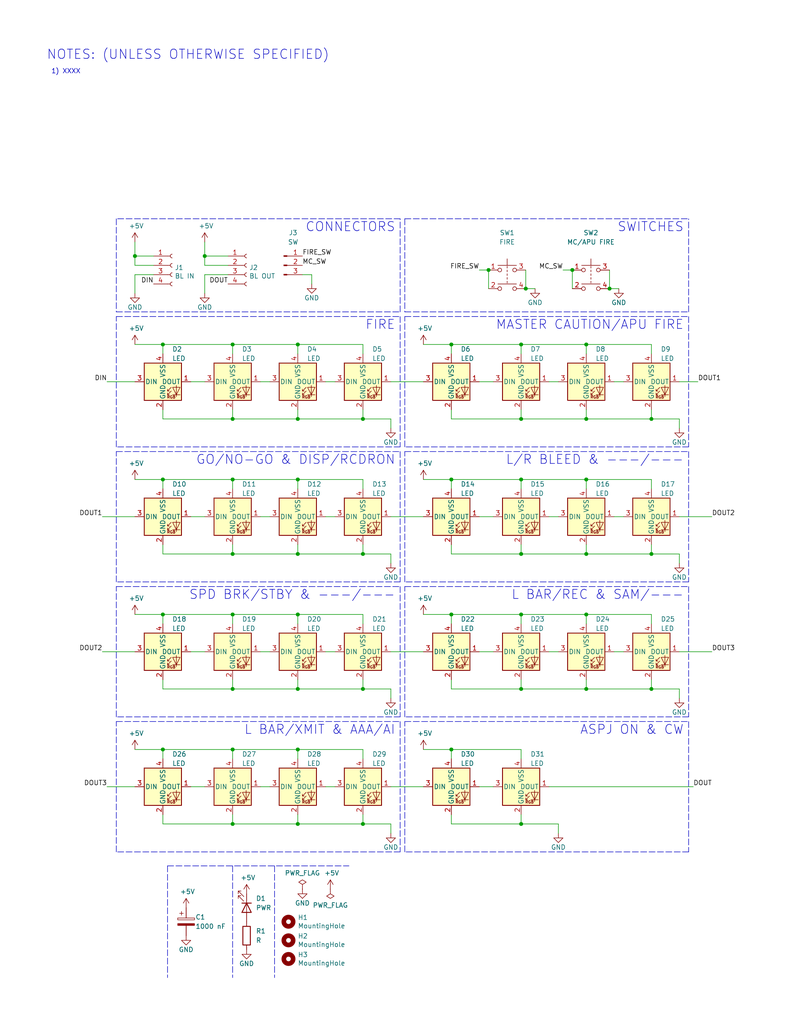
<source format=kicad_sch>
(kicad_sch (version 20211123) (generator eeschema)
  (paper "A" portrait)
  (lib_symbols
    (symbol "Connector:Conn_01x03_Male" (pin_names (offset 1.016) hide)
      (property "Reference" "J" (at 0 5.08 0))
      (property "Value" "Conn_01x03_Male" (at 0 -5.08 0))
      (symbol "Conn_01x03_Male_1_1"
        (polyline (pts (xy 1.27 -2.54) (xy 0.8636 -2.54)) (stroke (width 0.1524)))
        (polyline (pts (xy 1.27 0) (xy 0.8636 0)) (stroke (width 0.1524)))
        (polyline (pts (xy 1.27 2.54) (xy 0.8636 2.54)) (stroke (width 0.1524)))
        (rectangle (start 0.8636 -2.413) (end 0 -2.667) (stroke (width 0.1524)) (fill (type outline)))
        (rectangle (start 0.8636 0.127) (end 0 -0.127) (stroke (width 0.1524)) (fill (type outline)))
        (rectangle (start 0.8636 2.667) (end 0 2.413) (stroke (width 0.1524)) (fill (type outline)))
        (pin passive line (at 5.08 2.54 180) (length 3.81) (name "Pin_1") (number "1"))
        (pin passive line (at 5.08 0 180) (length 3.81) (name "Pin_2") (number "2"))
        (pin passive line (at 5.08 -2.54 180) (length 3.81) (name "Pin_3") (number "3"))
      )
    )
    (symbol "Connector:Conn_01x04_Female" (pin_names (offset 1.016) hide)
      (property "Reference" "J" (at 0 5.08 0))
      (property "Value" "Conn_01x04_Female" (at 0 -7.62 0))
      (symbol "Conn_01x04_Female_1_1"
        (arc (start 0 -4.572) (mid -0.508 -5.08) (end 0 -5.588) (stroke (width 0.1524)))
        (arc (start 0 -2.032) (mid -0.508 -2.54) (end 0 -3.048) (stroke (width 0.1524)))
        (polyline (pts (xy -1.27 -5.08) (xy -0.508 -5.08)) (stroke (width 0.1524)))
        (polyline (pts (xy -1.27 -2.54) (xy -0.508 -2.54)) (stroke (width 0.1524)))
        (polyline (pts (xy -1.27 0) (xy -0.508 0)) (stroke (width 0.1524)))
        (polyline (pts (xy -1.27 2.54) (xy -0.508 2.54)) (stroke (width 0.1524)))
        (arc (start 0 0.508) (mid -0.508 0) (end 0 -0.508) (stroke (width 0.1524)))
        (arc (start 0 3.048) (mid -0.508 2.54) (end 0 2.032) (stroke (width 0.1524)))
        (pin passive line (at -5.08 2.54 0) (length 3.81) (name "Pin_1") (number "1"))
        (pin passive line (at -5.08 0 0) (length 3.81) (name "Pin_2") (number "2"))
        (pin passive line (at -5.08 -2.54 0) (length 3.81) (name "Pin_3") (number "3"))
        (pin passive line (at -5.08 -5.08 0) (length 3.81) (name "Pin_4") (number "4"))
      )
    )
    (symbol "Device:LED" (pin_numbers hide) (pin_names (offset 1.016) hide)
      (property "Reference" "D" (at 0 2.54 0))
      (property "Value" "LED" (at 0 -2.54 0))
      (symbol "LED_0_1"
        (polyline (pts (xy -1.27 -1.27) (xy -1.27 1.27)) (stroke (width 0.254)))
        (polyline (pts (xy -1.27 0) (xy 1.27 0)))
        (polyline (pts (xy 1.27 -1.27) (xy 1.27 1.27) (xy -1.27 0) (xy 1.27 -1.27)) (stroke (width 0.254)))
        (polyline (pts (xy -3.048 -0.762) (xy -4.572 -2.286) (xy -3.81 -2.286) (xy -4.572 -2.286) (xy -4.572 -1.524)))
        (polyline (pts (xy -1.778 -0.762) (xy -3.302 -2.286) (xy -2.54 -2.286) (xy -3.302 -2.286) (xy -3.302 -1.524)))
      )
      (symbol "LED_1_1"
        (pin passive line (at -3.81 0 0) (length 2.54) (name "K") (number "1"))
        (pin passive line (at 3.81 0 180) (length 2.54) (name "A") (number "2"))
      )
    )
    (symbol "Device:R" (pin_numbers hide) (pin_names (offset 0))
      (property "Reference" "R" (at 2.032 0 90))
      (property "Value" "R" (at 0 0 90))
      (symbol "R_0_1"
        (rectangle (start -1.016 -2.54) (end 1.016 2.54) (stroke (width 0.254)))
      )
      (symbol "R_1_1"
        (pin passive line (at 0 3.81 270) (length 1.27) (name "~") (number "1"))
        (pin passive line (at 0 -3.81 90) (length 1.27) (name "~") (number "2"))
      )
    )
    (symbol "Mechanical:MountingHole" (pin_names (offset 1.016))
      (property "Reference" "H" (at 0 5.08 0))
      (property "Value" "MountingHole" (at 0 3.175 0))
      (symbol "MountingHole_0_1"
        (circle (center 0 0) (radius 1.27) (stroke (width 1.27)))
      )
    )
    (symbol "ewi_v3-rescue:CP-Device-ewi_v3-rescue" (pin_numbers hide) (pin_names (offset 0.254))
      (property "Reference" "C" (at 0.635 2.54 0))
      (property "Value" "CP-Device-ewi_v3-rescue" (at 0.635 -2.54 0))
      (symbol "CP-Device-ewi_v3-rescue_0_1"
        (rectangle (start -2.286 0.508) (end 2.286 1.016))
        (polyline (pts (xy -1.778 2.286) (xy -0.762 2.286)))
        (polyline (pts (xy -1.27 2.794) (xy -1.27 1.778)))
        (rectangle (start 2.286 -0.508) (end -2.286 -1.016) (fill (type outline)))
      )
      (symbol "CP-Device-ewi_v3-rescue_1_1"
        (pin passive line (at 0 3.81 270) (length 2.794) (name "~") (number "1"))
        (pin passive line (at 0 -3.81 90) (length 2.794) (name "~") (number "2"))
      )
    )
    (symbol "ewi_v3-rescue:Omron_B3F-1026-KiCadCustomLib" (pin_names (offset 1.016) hide)
      (property "Reference" "SW" (at 1.27 2.54 0))
      (property "Value" "Omron_B3F-1026-KiCadCustomLib" (at 0 -6.858 0))
      (symbol "Omron_B3F-1026-KiCadCustomLib_0_1"
        (circle (center -2.032 -5.08) (radius 0.508))
        (circle (center -2.032 0) (radius 0.508))
        (polyline (pts (xy 0 -3.048) (xy 0 -3.556)))
        (polyline (pts (xy 0 -2.032) (xy 0 -2.54)))
        (polyline (pts (xy 0 -1.524) (xy 0 -1.016)))
        (polyline (pts (xy 0 -0.508) (xy 0 0)))
        (polyline (pts (xy 0 0.508) (xy 0 1.016)))
        (polyline (pts (xy 0 1.27) (xy 0 3.048)))
        (polyline (pts (xy 2.54 -3.81) (xy -2.54 -3.81)))
        (polyline (pts (xy 2.54 1.27) (xy -2.54 1.27)))
        (circle (center 2.032 -5.08) (radius 0.508))
        (circle (center 2.032 0) (radius 0.508))
        (pin passive line (at -5.08 0 0) (length 2.54) (name "1") (number "1"))
        (pin passive line (at -5.08 -5.08 0) (length 2.54) (name "2") (number "2"))
        (pin passive line (at 5.08 0 180) (length 2.54) (name "3") (number "3"))
        (pin passive line (at 5.08 -5.08 180) (length 2.54) (name "4") (number "4"))
      )
    )
    (symbol "ewi_v3-rescue:WS2812B-2020-KiCadCustomLib" (pin_names (offset 0.254))
      (property "Reference" "D" (at 5.08 5.715 0))
      (property "Value" "WS2812B-2020-KiCadCustomLib" (at 1.27 -5.715 0))
      (symbol "WS2812B-2020-KiCadCustomLib_0_0"
        (text "RGB" (at 2.286 -4.191 0) (effects (font (size 0.762 0.762))))
      )
      (symbol "WS2812B-2020-KiCadCustomLib_0_1"
        (polyline (pts (xy 1.27 -3.556) (xy 1.778 -3.556)))
        (polyline (pts (xy 1.27 -2.54) (xy 1.778 -2.54)))
        (polyline (pts (xy 4.699 -3.556) (xy 2.667 -3.556)))
        (polyline (pts (xy 2.286 -2.54) (xy 1.27 -3.556) (xy 1.27 -3.048)))
        (polyline (pts (xy 2.286 -1.524) (xy 1.27 -2.54) (xy 1.27 -2.032)))
        (polyline (pts (xy 3.683 -1.016) (xy 3.683 -3.556) (xy 3.683 -4.064)))
        (polyline (pts (xy 4.699 -1.524) (xy 2.667 -1.524) (xy 3.683 -3.556) (xy 4.699 -1.524)))
        (rectangle (start 5.08 5.08) (end -5.08 -5.08) (stroke (width 0.254)) (fill (type background)))
      )
      (symbol "WS2812B-2020-KiCadCustomLib_1_1"
        (pin output line (at 7.62 0 180) (length 2.54) (name "DOUT") (number "1"))
        (pin power_in line (at 0 -7.62 90) (length 2.54) (name "GND") (number "2"))
        (pin input line (at -7.62 0 0) (length 2.54) (name "DIN") (number "3"))
        (pin power_in line (at 0 7.62 270) (length 2.54) (name "VSS") (number "4"))
      )
    )
    (symbol "power:+5V" (power) (pin_names (offset 0))
      (property "Value" "+5V" (at 0 3.556 0))
      (symbol "+5V_0_1"
        (polyline (pts (xy -0.762 1.27) (xy 0 2.54)))
        (polyline (pts (xy 0 0) (xy 0 2.54)))
        (polyline (pts (xy 0 2.54) (xy 0.762 1.27)))
      )
      (symbol "+5V_1_1"
        (pin power_in line (at 0 0 90) (length 0) hide (name "+5V") (number "1"))
      )
    )
    (symbol "power:GND" (power) (pin_names (offset 0))
      (property "Value" "GND" (at 0 -3.81 0))
      (symbol "GND_0_1"
        (polyline (pts (xy 0 0) (xy 0 -1.27) (xy 1.27 -1.27) (xy 0 -2.54) (xy -1.27 -1.27) (xy 0 -1.27)))
      )
      (symbol "GND_1_1"
        (pin power_in line (at 0 0 270) (length 0) hide (name "GND") (number "1"))
      )
    )
    (symbol "power:PWR_FLAG" (power) (pin_numbers hide) (pin_names (offset 0) hide)
      (property "Value" "PWR_FLAG" (at 0 3.81 0))
      (symbol "PWR_FLAG_0_0"
        (pin power_out line (at 0 0 90) (length 0) (name "pwr") (number "1"))
      )
      (symbol "PWR_FLAG_0_1"
        (polyline (pts (xy 0 0) (xy 0 1.27) (xy -1.016 1.905) (xy 0 2.54) (xy 1.016 1.905) (xy 0 1.27)))
      )
    )
  )
  (junction (at 81.28 114.3))
  (junction (at 63.5 93.98))
  (junction (at 81.28 204.47))
  (junction (at 160.02 187.96))
  (junction (at 142.24 151.13))
  (junction (at 123.19 167.64))
  (junction (at 44.45 204.47))
  (junction (at 160.02 114.3))
  (junction (at 142.24 130.81))
  (junction (at 123.19 130.81))
  (junction (at 63.5 204.47))
  (junction (at 63.5 224.79))
  (junction (at 63.5 187.96))
  (junction (at 63.5 130.81))
  (junction (at 123.19 204.47))
  (junction (at 160.02 130.81))
  (junction (at 81.28 167.64))
  (junction (at 156.21 73.66))
  (junction (at 160.02 167.64))
  (junction (at 133.35 73.66))
  (junction (at 63.5 167.64))
  (junction (at 143.51 78.74))
  (junction (at 177.8 114.3))
  (junction (at 81.28 224.79))
  (junction (at 142.24 167.64))
  (junction (at 142.24 93.98))
  (junction (at 123.19 93.98))
  (junction (at 177.8 151.13))
  (junction (at 81.28 151.13))
  (junction (at 63.5 114.3))
  (junction (at 81.28 130.81))
  (junction (at 99.06 187.96))
  (junction (at 160.02 93.98))
  (junction (at 142.24 114.3))
  (junction (at 55.88 69.85))
  (junction (at 166.37 78.74))
  (junction (at 81.28 187.96))
  (junction (at 81.28 93.98))
  (junction (at 99.06 114.3))
  (junction (at 44.45 93.98))
  (junction (at 142.24 187.96))
  (junction (at 99.06 151.13))
  (junction (at 99.06 224.79))
  (junction (at 44.45 130.81))
  (junction (at 160.02 151.13))
  (junction (at 142.24 224.79))
  (junction (at 44.45 167.64))
  (junction (at 177.8 187.96))
  (junction (at 36.83 69.85))
  (junction (at 63.5 151.13))
  (polyline (pts (xy 31.75 232.41) (xy 31.75 196.85)))
  (wire (pts (xy 52.07 140.97) (xy 55.88 140.97)))
  (polyline (pts (xy 110.49 195.58) (xy 110.49 160.02)))
  (wire (pts (xy 142.24 187.96) (xy 160.02 187.96)))
  (wire (pts (xy 160.02 111.76) (xy 160.02 114.3)))
  (polyline (pts (xy 110.49 59.69) (xy 187.96 59.69)))
  (wire (pts (xy 63.5 148.59) (xy 63.5 151.13)))
  (wire (pts (xy 88.9 177.8) (xy 91.44 177.8)))
  (wire (pts (xy 123.19 207.01) (xy 123.19 204.47)))
  (polyline (pts (xy 63.5 236.22) (xy 63.5 266.7)))
  (polyline (pts (xy 109.22 158.75) (xy 31.75 158.75)))
  (wire (pts (xy 106.68 116.84) (xy 106.68 114.3)))
  (wire (pts (xy 160.02 93.98) (xy 177.8 93.98)))
  (wire (pts (xy 81.28 93.98) (xy 99.06 93.98)))
  (wire (pts (xy 156.21 73.66) (xy 156.21 78.74)))
  (wire (pts (xy 106.68 190.5) (xy 106.68 187.96)))
  (wire (pts (xy 81.28 151.13) (xy 99.06 151.13)))
  (wire (pts (xy 115.57 204.47) (xy 123.19 204.47)))
  (wire (pts (xy 142.24 93.98) (xy 160.02 93.98)))
  (wire (pts (xy 71.12 177.8) (xy 73.66 177.8)))
  (wire (pts (xy 63.5 114.3) (xy 81.28 114.3)))
  (wire (pts (xy 160.02 167.64) (xy 177.8 167.64)))
  (wire (pts (xy 55.88 72.39) (xy 55.88 69.85)))
  (wire (pts (xy 166.37 73.66) (xy 166.37 78.74)))
  (wire (pts (xy 142.24 148.59) (xy 142.24 151.13)))
  (wire (pts (xy 99.06 185.42) (xy 99.06 187.96)))
  (polyline (pts (xy 31.75 86.36) (xy 109.22 86.36)))
  (wire (pts (xy 55.88 69.85) (xy 62.23 69.85)))
  (wire (pts (xy 123.19 133.35) (xy 123.19 130.81)))
  (wire (pts (xy 185.42 116.84) (xy 185.42 114.3)))
  (wire (pts (xy 143.51 73.66) (xy 143.51 78.74)))
  (wire (pts (xy 142.24 130.81) (xy 160.02 130.81)))
  (polyline (pts (xy 110.49 232.41) (xy 110.49 196.85)))
  (wire (pts (xy 160.02 130.81) (xy 177.8 130.81)))
  (wire (pts (xy 167.64 104.14) (xy 170.18 104.14)))
  (polyline (pts (xy 109.22 123.19) (xy 109.22 158.75)))
  (wire (pts (xy 63.5 204.47) (xy 81.28 204.47)))
  (wire (pts (xy 123.19 167.64) (xy 142.24 167.64)))
  (wire (pts (xy 44.45 96.52) (xy 44.45 93.98)))
  (wire (pts (xy 63.5 222.25) (xy 63.5 224.79)))
  (wire (pts (xy 81.28 111.76) (xy 81.28 114.3)))
  (wire (pts (xy 44.45 151.13) (xy 63.5 151.13)))
  (wire (pts (xy 177.8 96.52) (xy 177.8 93.98)))
  (polyline (pts (xy 110.49 123.19) (xy 187.96 123.19)))
  (wire (pts (xy 123.19 130.81) (xy 142.24 130.81)))
  (polyline (pts (xy 45.72 236.22) (xy 45.72 266.7)))
  (wire (pts (xy 153.67 73.66) (xy 156.21 73.66)))
  (wire (pts (xy 88.9 140.97) (xy 91.44 140.97)))
  (wire (pts (xy 185.42 190.5) (xy 185.42 187.96)))
  (wire (pts (xy 63.5 111.76) (xy 63.5 114.3)))
  (wire (pts (xy 115.57 130.81) (xy 123.19 130.81)))
  (wire (pts (xy 142.24 185.42) (xy 142.24 187.96)))
  (wire (pts (xy 123.19 185.42) (xy 123.19 187.96)))
  (wire (pts (xy 44.45 170.18) (xy 44.45 167.64)))
  (wire (pts (xy 115.57 140.97) (xy 106.68 140.97)))
  (wire (pts (xy 160.02 96.52) (xy 160.02 93.98)))
  (wire (pts (xy 123.19 148.59) (xy 123.19 151.13)))
  (wire (pts (xy 194.31 177.8) (xy 185.42 177.8)))
  (wire (pts (xy 81.28 130.81) (xy 99.06 130.81)))
  (wire (pts (xy 177.8 148.59) (xy 177.8 151.13)))
  (wire (pts (xy 63.5 130.81) (xy 81.28 130.81)))
  (wire (pts (xy 160.02 114.3) (xy 177.8 114.3)))
  (wire (pts (xy 63.5 170.18) (xy 63.5 167.64)))
  (wire (pts (xy 149.86 214.63) (xy 189.23 214.63)))
  (wire (pts (xy 185.42 104.14) (xy 190.5 104.14)))
  (wire (pts (xy 160.02 133.35) (xy 160.02 130.81)))
  (polyline (pts (xy 109.22 195.58) (xy 31.75 195.58)))
  (polyline (pts (xy 110.49 86.36) (xy 187.96 86.36)))
  (wire (pts (xy 130.81 140.97) (xy 134.62 140.97)))
  (wire (pts (xy 63.5 167.64) (xy 81.28 167.64)))
  (wire (pts (xy 71.12 104.14) (xy 73.66 104.14)))
  (wire (pts (xy 142.24 96.52) (xy 142.24 93.98)))
  (polyline (pts (xy 110.49 160.02) (xy 187.96 160.02)))
  (polyline (pts (xy 187.96 158.75) (xy 110.49 158.75)))
  (polyline (pts (xy 31.75 160.02) (xy 109.22 160.02)))
  (wire (pts (xy 52.07 177.8) (xy 55.88 177.8)))
  (wire (pts (xy 130.81 104.14) (xy 134.62 104.14)))
  (wire (pts (xy 36.83 177.8) (xy 27.94 177.8)))
  (wire (pts (xy 52.07 104.14) (xy 55.88 104.14)))
  (wire (pts (xy 44.45 133.35) (xy 44.45 130.81)))
  (wire (pts (xy 44.45 224.79) (xy 63.5 224.79)))
  (wire (pts (xy 177.8 133.35) (xy 177.8 130.81)))
  (polyline (pts (xy 109.22 121.92) (xy 31.75 121.92)))
  (wire (pts (xy 146.05 78.74) (xy 143.51 78.74)))
  (wire (pts (xy 123.19 114.3) (xy 142.24 114.3)))
  (wire (pts (xy 36.83 130.81) (xy 44.45 130.81)))
  (wire (pts (xy 63.5 93.98) (xy 81.28 93.98)))
  (wire (pts (xy 52.07 214.63) (xy 55.88 214.63)))
  (wire (pts (xy 55.88 72.39) (xy 62.23 72.39)))
  (polyline (pts (xy 109.22 196.85) (xy 109.22 232.41)))
  (wire (pts (xy 99.06 187.96) (xy 106.68 187.96)))
  (wire (pts (xy 44.45 185.42) (xy 44.45 187.96)))
  (wire (pts (xy 115.57 167.64) (xy 123.19 167.64)))
  (wire (pts (xy 177.8 111.76) (xy 177.8 114.3)))
  (wire (pts (xy 123.19 187.96) (xy 142.24 187.96)))
  (wire (pts (xy 149.86 140.97) (xy 152.4 140.97)))
  (polyline (pts (xy 187.96 232.41) (xy 110.49 232.41)))
  (polyline (pts (xy 109.22 86.36) (xy 109.22 121.92)))
  (wire (pts (xy 82.55 74.93) (xy 85.09 74.93)))
  (wire (pts (xy 99.06 148.59) (xy 99.06 151.13)))
  (polyline (pts (xy 110.49 85.09) (xy 187.96 85.09)))
  (wire (pts (xy 55.88 69.85) (xy 55.88 66.04)))
  (wire (pts (xy 177.8 185.42) (xy 177.8 187.96)))
  (wire (pts (xy 63.5 96.52) (xy 63.5 93.98)))
  (wire (pts (xy 130.81 214.63) (xy 134.62 214.63)))
  (wire (pts (xy 88.9 104.14) (xy 91.44 104.14)))
  (wire (pts (xy 123.19 93.98) (xy 142.24 93.98)))
  (wire (pts (xy 85.09 74.93) (xy 85.09 77.47)))
  (wire (pts (xy 123.19 204.47) (xy 142.24 204.47)))
  (polyline (pts (xy 110.49 121.92) (xy 110.49 86.36)))
  (wire (pts (xy 142.24 133.35) (xy 142.24 130.81)))
  (wire (pts (xy 36.83 72.39) (xy 36.83 69.85)))
  (polyline (pts (xy 187.96 196.85) (xy 187.96 232.41)))
  (wire (pts (xy 142.24 224.79) (xy 152.4 224.79)))
  (wire (pts (xy 130.81 73.66) (xy 133.35 73.66)))
  (wire (pts (xy 81.28 224.79) (xy 99.06 224.79)))
  (wire (pts (xy 44.45 187.96) (xy 63.5 187.96)))
  (polyline (pts (xy 74.93 236.22) (xy 74.93 266.7)))
  (polyline (pts (xy 110.49 158.75) (xy 110.49 123.19)))
  (wire (pts (xy 71.12 140.97) (xy 73.66 140.97)))
  (wire (pts (xy 63.5 133.35) (xy 63.5 130.81)))
  (wire (pts (xy 36.83 74.93) (xy 41.91 74.93)))
  (wire (pts (xy 81.28 167.64) (xy 99.06 167.64)))
  (wire (pts (xy 88.9 214.63) (xy 91.44 214.63)))
  (polyline (pts (xy 187.96 160.02) (xy 187.96 195.58)))
  (wire (pts (xy 55.88 74.93) (xy 62.23 74.93)))
  (wire (pts (xy 142.24 167.64) (xy 160.02 167.64)))
  (wire (pts (xy 115.57 104.14) (xy 106.68 104.14)))
  (wire (pts (xy 160.02 185.42) (xy 160.02 187.96)))
  (wire (pts (xy 160.02 170.18) (xy 160.02 167.64)))
  (polyline (pts (xy 31.75 59.69) (xy 31.75 85.09)))
  (wire (pts (xy 160.02 148.59) (xy 160.02 151.13)))
  (wire (pts (xy 123.19 96.52) (xy 123.19 93.98)))
  (wire (pts (xy 29.21 104.14) (xy 36.83 104.14)))
  (wire (pts (xy 44.45 93.98) (xy 63.5 93.98)))
  (wire (pts (xy 81.28 114.3) (xy 99.06 114.3)))
  (wire (pts (xy 123.19 151.13) (xy 142.24 151.13)))
  (wire (pts (xy 123.19 224.79) (xy 142.24 224.79)))
  (wire (pts (xy 160.02 151.13) (xy 177.8 151.13)))
  (polyline (pts (xy 187.96 85.09) (xy 187.96 59.69)))
  (wire (pts (xy 44.45 204.47) (xy 63.5 204.47)))
  (wire (pts (xy 168.91 78.74) (xy 166.37 78.74)))
  (wire (pts (xy 99.06 133.35) (xy 99.06 130.81)))
  (wire (pts (xy 99.06 111.76) (xy 99.06 114.3)))
  (polyline (pts (xy 109.22 59.69) (xy 31.75 59.69)))
  (wire (pts (xy 106.68 153.67) (xy 106.68 151.13)))
  (wire (pts (xy 142.24 151.13) (xy 160.02 151.13)))
  (wire (pts (xy 99.06 170.18) (xy 99.06 167.64)))
  (wire (pts (xy 63.5 207.01) (xy 63.5 204.47)))
  (wire (pts (xy 106.68 177.8) (xy 115.57 177.8)))
  (wire (pts (xy 81.28 187.96) (xy 99.06 187.96)))
  (wire (pts (xy 185.42 153.67) (xy 185.42 151.13)))
  (wire (pts (xy 142.24 114.3) (xy 160.02 114.3)))
  (wire (pts (xy 160.02 187.96) (xy 177.8 187.96)))
  (wire (pts (xy 123.19 111.76) (xy 123.19 114.3)))
  (wire (pts (xy 29.21 214.63) (xy 36.83 214.63)))
  (wire (pts (xy 36.83 69.85) (xy 36.83 66.04)))
  (wire (pts (xy 81.28 170.18) (xy 81.28 167.64)))
  (wire (pts (xy 142.24 207.01) (xy 142.24 204.47)))
  (wire (pts (xy 99.06 151.13) (xy 106.68 151.13)))
  (wire (pts (xy 177.8 114.3) (xy 185.42 114.3)))
  (polyline (pts (xy 31.75 195.58) (xy 31.75 160.02)))
  (wire (pts (xy 133.35 73.66) (xy 133.35 78.74)))
  (wire (pts (xy 106.68 227.33) (xy 106.68 224.79)))
  (wire (pts (xy 55.88 80.01) (xy 55.88 74.93)))
  (wire (pts (xy 36.83 80.01) (xy 36.83 74.93)))
  (wire (pts (xy 81.28 204.47) (xy 99.06 204.47)))
  (wire (pts (xy 142.24 111.76) (xy 142.24 114.3)))
  (wire (pts (xy 149.86 177.8) (xy 152.4 177.8)))
  (wire (pts (xy 44.45 114.3) (xy 63.5 114.3)))
  (wire (pts (xy 177.8 151.13) (xy 185.42 151.13)))
  (wire (pts (xy 81.28 96.52) (xy 81.28 93.98)))
  (wire (pts (xy 27.94 140.97) (xy 36.83 140.97)))
  (wire (pts (xy 81.28 133.35) (xy 81.28 130.81)))
  (polyline (pts (xy 110.49 196.85) (xy 187.96 196.85)))
  (wire (pts (xy 44.45 222.25) (xy 44.45 224.79)))
  (wire (pts (xy 123.19 222.25) (xy 123.19 224.79)))
  (wire (pts (xy 44.45 130.81) (xy 63.5 130.81)))
  (wire (pts (xy 99.06 222.25) (xy 99.06 224.79)))
  (wire (pts (xy 44.45 111.76) (xy 44.45 114.3)))
  (wire (pts (xy 177.8 187.96) (xy 185.42 187.96)))
  (polyline (pts (xy 187.96 195.58) (xy 110.49 195.58)))
  (wire (pts (xy 167.64 140.97) (xy 170.18 140.97)))
  (wire (pts (xy 115.57 93.98) (xy 123.19 93.98)))
  (wire (pts (xy 167.64 177.8) (xy 170.18 177.8)))
  (wire (pts (xy 36.83 204.47) (xy 44.45 204.47)))
  (wire (pts (xy 44.45 148.59) (xy 44.45 151.13)))
  (wire (pts (xy 63.5 224.79) (xy 81.28 224.79)))
  (polyline (pts (xy 110.49 59.69) (xy 110.49 85.09)))
  (polyline (pts (xy 187.96 121.92) (xy 110.49 121.92)))
  (wire (pts (xy 194.31 140.97) (xy 185.42 140.97)))
  (polyline (pts (xy 31.75 121.92) (xy 31.75 86.36)))
  (polyline (pts (xy 109.22 232.41) (xy 31.75 232.41)))
  (wire (pts (xy 36.83 167.64) (xy 44.45 167.64)))
  (wire (pts (xy 99.06 224.79) (xy 106.68 224.79)))
  (wire (pts (xy 44.45 167.64) (xy 63.5 167.64)))
  (wire (pts (xy 106.68 214.63) (xy 115.57 214.63)))
  (wire (pts (xy 71.12 214.63) (xy 73.66 214.63)))
  (wire (pts (xy 123.19 170.18) (xy 123.19 167.64)))
  (wire (pts (xy 41.91 69.85) (xy 36.83 69.85)))
  (polyline (pts (xy 31.75 85.09) (xy 109.22 85.09)))
  (wire (pts (xy 81.28 222.25) (xy 81.28 224.79)))
  (polyline (pts (xy 109.22 160.02) (xy 109.22 195.58)))
  (wire (pts (xy 63.5 187.96) (xy 81.28 187.96)))
  (wire (pts (xy 81.28 207.01) (xy 81.28 204.47)))
  (polyline (pts (xy 45.72 236.22) (xy 95.25 236.22)))
  (wire (pts (xy 36.83 93.98) (xy 44.45 93.98)))
  (polyline (pts (xy 109.22 85.09) (xy 109.22 59.69)))
  (polyline (pts (xy 187.96 86.36) (xy 187.96 121.92)))
  (wire (pts (xy 81.28 185.42) (xy 81.28 187.96)))
  (wire (pts (xy 152.4 224.79) (xy 152.4 227.33)))
  (polyline (pts (xy 31.75 158.75) (xy 31.75 123.19)))
  (wire (pts (xy 142.24 222.25) (xy 142.24 224.79)))
  (wire (pts (xy 177.8 170.18) (xy 177.8 167.64)))
  (wire (pts (xy 130.81 177.8) (xy 134.62 177.8)))
  (wire (pts (xy 81.28 148.59) (xy 81.28 151.13)))
  (wire (pts (xy 41.91 72.39) (xy 36.83 72.39)))
  (wire (pts (xy 149.86 104.14) (xy 152.4 104.14)))
  (polyline (pts (xy 31.75 196.85) (xy 109.22 196.85)))
  (wire (pts (xy 63.5 185.42) (xy 63.5 187.96)))
  (wire (pts (xy 63.5 151.13) (xy 81.28 151.13)))
  (wire (pts (xy 99.06 114.3) (xy 106.68 114.3)))
  (polyline (pts (xy 31.75 123.19) (xy 109.22 123.19)))
  (wire (pts (xy 99.06 96.52) (xy 99.06 93.98)))
  (polyline (pts (xy 187.96 123.19) (xy 187.96 158.75)))
  (wire (pts (xy 142.24 170.18) (xy 142.24 167.64)))
  (wire (pts (xy 99.06 207.01) (xy 99.06 204.47)))
  (wire (pts (xy 44.45 207.01) (xy 44.45 204.47)))
  (text "L/R BLEED & ---/---" (at 186.69 127 180) (effects (font (size 2.4892 2.4892)) (justify right bottom)))
  (text "FIRE" (at 107.95 90.17 180) (effects (font (size 2.4892 2.4892)) (justify right bottom)))
  (text "L BAR/XMIT & AAA/AI" (at 107.95 200.66 180) (effects (font (size 2.4892 2.4892)) (justify right bottom)))
  (text "ASPJ ON & CW" (at 186.69 200.66 180) (effects (font (size 2.4892 2.4892)) (justify right bottom)))
  (text "SPD BRK/STBY & ---/---" (at 107.95 163.83 180) (effects (font (size 2.4892 2.4892)) (justify right bottom)))
  (text "MASTER CAUTION/APU FIRE" (at 186.69 90.17 180) (effects (font (size 2.4892 2.4892)) (justify right bottom)))
  (text "L BAR/REC & SAM/---" (at 186.69 163.83 180) (effects (font (size 2.4892 2.4892)) (justify right bottom)))
  (text "GO/NO-GO & DISP/RCDRON" (at 107.95 127 180) (effects (font (size 2.4892 2.4892)) (justify right bottom)))
  (text "SWITCHES" (at 186.69 63.5 180) (effects (font (size 2.4892 2.4892)) (justify right bottom)))
  (text "CONNECTORS" (at 107.95 63.5 180) (effects (font (size 2.4892 2.4892)) (justify right bottom)))
  (text "NOTES: (UNLESS OTHERWISE SPECIFIED)" (at 12.7 16.51 0) (effects (font (size 2.54 2.54)) (justify left bottom)))
  (text "1) XXXX" (at 13.97 20.32 0) (effects (font (size 1.27 1.27)) (justify left bottom)))
  (label "DIN" (at 29.21 104.14 180))
  (label "DOUT1" (at 27.94 140.97 180))
  (label "DOUT2" (at 194.31 140.97 0))
  (label "DOUT" (at 189.23 214.63 0))
  (label "MC_SW" (at 153.67 73.66 180))
  (label "DOUT" (at 62.23 77.47 180))
  (label "FIRE_SW" (at 82.55 69.85 0))
  (label "DOUT1" (at 190.5 104.14 0))
  (label "DIN" (at 41.91 77.47 180))
  (label "MC_SW" (at 82.55 72.39 0))
  (label "DOUT3" (at 194.31 177.8 0))
  (label "DOUT3" (at 29.21 214.63 180))
  (label "FIRE_SW" (at 130.81 73.66 180))
  (label "DOUT2" (at 27.94 177.8 180))
  (symbol (lib_id "Connector:Conn_01x04_Female") (at 46.99 72.39 0) (unit 1)
    (property "Reference" "J1" (at 47.7012 72.9996 0) (effects (justify left)))
    (property "Value" "BL IN" (at 47.7012 75.311 0) (effects (justify left)))
    (property "Footprint" "Connector_Molex:Molex_Mini-Fit_Jr_5566-04A_2x02_P4.20mm_Vertical" (effects hide))
  )
  (symbol (lib_id "Connector:Conn_01x04_Female") (at 67.31 72.39 0) (unit 1)
    (property "Reference" "J2" (at 68.0212 72.9996 0) (effects (justify left)))
    (property "Value" "BL OUT" (at 68.0212 75.311 0) (effects (justify left)))
    (property "Footprint" "Connector_Molex:Molex_Mini-Fit_Jr_5566-04A_2x02_P4.20mm_Vertical" (effects hide))
  )
  (symbol (lib_id "ewi_v3-rescue:CP-Device-ewi_v3-rescue") (at 50.8 251.46 0) (unit 1)
    (property "Reference" "C1" (at 53.34 250.19 0) (effects (justify left)))
    (property "Value" "1000 nF" (at 53.34 252.73 0) (effects (justify left)))
    (property "Footprint" "Capacitor_SMD:CP_Elec_8x10" (effects hide))
    (property "Datasheet" "https://datasheet.lcsc.com/lcsc/1809291334_Lelon-VEJ102M0JTR-0810_C134755.pdf" (effects hide))
    (property "LCSC " "C134755" (effects hide))
  )
  (symbol (lib_id "power:GND") (at 146.05 78.74 0) (unit 1)
    (property "Reference" "#PWR02" (effects hide))
    (property "Value" "GND" (at 146.05 82.55 0))
  )
  (symbol (lib_id "power:PWR_FLAG") (at 82.55 242.57 0) (unit 1)
    (property "Reference" "#FLG0101" (effects hide))
    (property "Value" "PWR_FLAG" (at 82.55 238.1758 0))
  )
  (symbol (lib_id "power:GND") (at 82.55 242.57 0) (unit 1)
    (property "Reference" "#PWR0101" (effects hide))
    (property "Value" "GND" (at 82.55 246.38 0))
  )
  (symbol (lib_id "power:GND") (at 168.91 78.74 0) (unit 1)
    (property "Reference" "#PWR04" (effects hide))
    (property "Value" "GND" (at 168.91 82.55 0))
  )
  (symbol (lib_id "ewi_v3-rescue:WS2812B-2020-KiCadCustomLib") (at 44.45 104.14 0) (unit 1)
    (property "Reference" "D2" (at 46.99 95.25 0) (effects (justify left)))
    (property "Value" "LED" (at 46.99 97.79 0) (effects (justify left)))
    (property "Footprint" "Openhornet:WS2812-2020" (effects hide))
    (property "Datasheet" "https://www.mouser.com/pdfDocs/WS2812B-2020_V10_EN_181106150240761.pdf" (effects hide))
    (property "LCSC" "C965555" (effects hide))
  )
  (symbol (lib_id "ewi_v3-rescue:WS2812B-2020-KiCadCustomLib") (at 63.5 104.14 0) (unit 1)
    (property "Reference" "D3" (at 66.04 95.25 0) (effects (justify left)))
    (property "Value" "LED" (at 66.04 97.79 0) (effects (justify left)))
    (property "Footprint" "Openhornet:WS2812-2020" (effects hide))
    (property "Datasheet" "https://www.mouser.com/pdfDocs/WS2812B-2020_V10_EN_181106150240761.pdf" (effects hide))
    (property "LCSC" "C965555" (effects hide))
  )
  (symbol (lib_id "ewi_v3-rescue:WS2812B-2020-KiCadCustomLib") (at 81.28 104.14 0) (unit 1)
    (property "Reference" "D4" (at 83.82 95.25 0) (effects (justify left)))
    (property "Value" "LED" (at 83.82 97.79 0) (effects (justify left)))
    (property "Footprint" "Openhornet:WS2812-2020" (effects hide))
    (property "Datasheet" "https://www.mouser.com/pdfDocs/WS2812B-2020_V10_EN_181106150240761.pdf" (effects hide))
    (property "LCSC" "C965555" (effects hide))
  )
  (symbol (lib_id "ewi_v3-rescue:WS2812B-2020-KiCadCustomLib") (at 99.06 104.14 0) (unit 1)
    (property "Reference" "D5" (at 101.6 95.25 0) (effects (justify left)))
    (property "Value" "LED" (at 101.6 97.79 0) (effects (justify left)))
    (property "Footprint" "Openhornet:WS2812-2020" (effects hide))
    (property "Datasheet" "https://www.mouser.com/pdfDocs/WS2812B-2020_V10_EN_181106150240761.pdf" (effects hide))
    (property "LCSC" "C965555" (effects hide))
  )
  (symbol (lib_id "power:GND") (at 106.68 116.84 0) (unit 1)
    (property "Reference" "#PWR010" (effects hide))
    (property "Value" "GND" (at 106.68 120.65 0))
  )
  (symbol (lib_id "power:PWR_FLAG") (at 90.17 242.57 180) (unit 1)
    (property "Reference" "#FLG01" (effects hide))
    (property "Value" "PWR_FLAG" (at 90.17 246.9642 0))
  )
  (symbol (lib_id "power:+5V") (at 90.17 242.57 0) (unit 1)
    (property "Reference" "#PWR024" (effects hide))
    (property "Value" "+5V" (at 90.551 238.1758 0))
  )
  (symbol (lib_id "power:+5V") (at 36.83 93.98 0) (unit 1)
    (property "Reference" "#PWR08" (effects hide))
    (property "Value" "+5V" (at 37.211 89.5858 0))
  )
  (symbol (lib_id "ewi_v3-rescue:WS2812B-2020-KiCadCustomLib") (at 123.19 104.14 0) (unit 1)
    (property "Reference" "D6" (at 125.73 95.25 0) (effects (justify left)))
    (property "Value" "LED" (at 125.73 97.79 0) (effects (justify left)))
    (property "Footprint" "Openhornet:WS2812-2020" (effects hide))
    (property "Datasheet" "https://www.mouser.com/pdfDocs/WS2812B-2020_V10_EN_181106150240761.pdf" (effects hide))
    (property "LCSC" "C965555" (effects hide))
  )
  (symbol (lib_id "ewi_v3-rescue:WS2812B-2020-KiCadCustomLib") (at 142.24 104.14 0) (unit 1)
    (property "Reference" "D7" (at 144.78 95.25 0) (effects (justify left)))
    (property "Value" "LED" (at 144.78 97.79 0) (effects (justify left)))
    (property "Footprint" "Openhornet:WS2812-2020" (effects hide))
    (property "Datasheet" "https://www.mouser.com/pdfDocs/WS2812B-2020_V10_EN_181106150240761.pdf" (effects hide))
    (property "LCSC" "C965555" (effects hide))
  )
  (symbol (lib_id "ewi_v3-rescue:WS2812B-2020-KiCadCustomLib") (at 160.02 104.14 0) (unit 1)
    (property "Reference" "D8" (at 162.56 95.25 0) (effects (justify left)))
    (property "Value" "LED" (at 162.56 97.79 0) (effects (justify left)))
    (property "Footprint" "Openhornet:WS2812-2020" (effects hide))
    (property "Datasheet" "https://www.mouser.com/pdfDocs/WS2812B-2020_V10_EN_181106150240761.pdf" (effects hide))
    (property "LCSC" "C965555" (effects hide))
  )
  (symbol (lib_id "ewi_v3-rescue:WS2812B-2020-KiCadCustomLib") (at 177.8 104.14 0) (unit 1)
    (property "Reference" "D9" (at 180.34 95.25 0) (effects (justify left)))
    (property "Value" "LED" (at 180.34 97.79 0) (effects (justify left)))
    (property "Footprint" "Openhornet:WS2812-2020" (effects hide))
    (property "Datasheet" "https://www.mouser.com/pdfDocs/WS2812B-2020_V10_EN_181106150240761.pdf" (effects hide))
    (property "LCSC" "C965555" (effects hide))
  )
  (symbol (lib_id "power:GND") (at 185.42 116.84 0) (unit 1)
    (property "Reference" "#PWR011" (effects hide))
    (property "Value" "GND" (at 185.42 120.65 0))
  )
  (symbol (lib_id "power:+5V") (at 115.57 93.98 0) (unit 1)
    (property "Reference" "#PWR09" (effects hide))
    (property "Value" "+5V" (at 115.951 89.5858 0))
  )
  (symbol (lib_id "ewi_v3-rescue:WS2812B-2020-KiCadCustomLib") (at 44.45 140.97 0) (unit 1)
    (property "Reference" "D10" (at 46.99 132.08 0) (effects (justify left)))
    (property "Value" "LED" (at 46.99 134.62 0) (effects (justify left)))
    (property "Footprint" "Openhornet:WS2812-2020" (effects hide))
    (property "Datasheet" "https://www.mouser.com/pdfDocs/WS2812B-2020_V10_EN_181106150240761.pdf" (effects hide))
    (property "LCSC" "C965555" (effects hide))
  )
  (symbol (lib_id "ewi_v3-rescue:WS2812B-2020-KiCadCustomLib") (at 63.5 140.97 0) (unit 1)
    (property "Reference" "D11" (at 66.04 132.08 0) (effects (justify left)))
    (property "Value" "LED" (at 66.04 134.62 0) (effects (justify left)))
    (property "Footprint" "Openhornet:WS2812-2020" (effects hide))
    (property "Datasheet" "https://www.mouser.com/pdfDocs/WS2812B-2020_V10_EN_181106150240761.pdf" (effects hide))
    (property "LCSC" "C965555" (effects hide))
  )
  (symbol (lib_id "ewi_v3-rescue:WS2812B-2020-KiCadCustomLib") (at 81.28 140.97 0) (unit 1)
    (property "Reference" "D12" (at 83.82 132.08 0) (effects (justify left)))
    (property "Value" "LED" (at 83.82 134.62 0) (effects (justify left)))
    (property "Footprint" "Openhornet:WS2812-2020" (effects hide))
    (property "Datasheet" "https://www.mouser.com/pdfDocs/WS2812B-2020_V10_EN_181106150240761.pdf" (effects hide))
    (property "LCSC" "C965555" (effects hide))
  )
  (symbol (lib_id "ewi_v3-rescue:WS2812B-2020-KiCadCustomLib") (at 99.06 140.97 0) (unit 1)
    (property "Reference" "D13" (at 101.6 132.08 0) (effects (justify left)))
    (property "Value" "LED" (at 101.6 134.62 0) (effects (justify left)))
    (property "Footprint" "Openhornet:WS2812-2020" (effects hide))
    (property "Datasheet" "https://www.mouser.com/pdfDocs/WS2812B-2020_V10_EN_181106150240761.pdf" (effects hide))
    (property "LCSC" "C965555" (effects hide))
  )
  (symbol (lib_id "power:GND") (at 106.68 153.67 0) (unit 1)
    (property "Reference" "#PWR014" (effects hide))
    (property "Value" "GND" (at 106.68 157.48 0))
  )
  (symbol (lib_id "power:+5V") (at 36.83 130.81 0) (unit 1)
    (property "Reference" "#PWR012" (effects hide))
    (property "Value" "+5V" (at 37.211 126.4158 0))
  )
  (symbol (lib_id "ewi_v3-rescue:WS2812B-2020-KiCadCustomLib") (at 123.19 140.97 0) (unit 1)
    (property "Reference" "D14" (at 125.73 132.08 0) (effects (justify left)))
    (property "Value" "LED" (at 125.73 134.62 0) (effects (justify left)))
    (property "Footprint" "Openhornet:WS2812-2020" (effects hide))
    (property "Datasheet" "https://www.mouser.com/pdfDocs/WS2812B-2020_V10_EN_181106150240761.pdf" (effects hide))
    (property "LCSC" "C965555" (effects hide))
  )
  (symbol (lib_id "ewi_v3-rescue:WS2812B-2020-KiCadCustomLib") (at 142.24 140.97 0) (unit 1)
    (property "Reference" "D15" (at 144.78 132.08 0) (effects (justify left)))
    (property "Value" "LED" (at 144.78 134.62 0) (effects (justify left)))
    (property "Footprint" "Openhornet:WS2812-2020" (effects hide))
    (property "Datasheet" "https://www.mouser.com/pdfDocs/WS2812B-2020_V10_EN_181106150240761.pdf" (effects hide))
    (property "LCSC" "C965555" (effects hide))
  )
  (symbol (lib_id "ewi_v3-rescue:WS2812B-2020-KiCadCustomLib") (at 160.02 140.97 0) (unit 1)
    (property "Reference" "D16" (at 162.56 132.08 0) (effects (justify left)))
    (property "Value" "LED" (at 162.56 134.62 0) (effects (justify left)))
    (property "Footprint" "Openhornet:WS2812-2020" (effects hide))
    (property "Datasheet" "https://www.mouser.com/pdfDocs/WS2812B-2020_V10_EN_181106150240761.pdf" (effects hide))
    (property "LCSC" "C965555" (effects hide))
  )
  (symbol (lib_id "ewi_v3-rescue:WS2812B-2020-KiCadCustomLib") (at 177.8 140.97 0) (unit 1)
    (property "Reference" "D17" (at 180.34 132.08 0) (effects (justify left)))
    (property "Value" "LED" (at 180.34 134.62 0) (effects (justify left)))
    (property "Footprint" "Openhornet:WS2812-2020" (effects hide))
    (property "Datasheet" "https://www.mouser.com/pdfDocs/WS2812B-2020_V10_EN_181106150240761.pdf" (effects hide))
    (property "LCSC" "C965555" (effects hide))
  )
  (symbol (lib_id "power:GND") (at 185.42 153.67 0) (unit 1)
    (property "Reference" "#PWR015" (effects hide))
    (property "Value" "GND" (at 185.42 157.48 0))
  )
  (symbol (lib_id "power:+5V") (at 115.57 130.81 0) (unit 1)
    (property "Reference" "#PWR013" (effects hide))
    (property "Value" "+5V" (at 115.951 126.4158 0))
  )
  (symbol (lib_id "power:+5V") (at 36.83 167.64 0) (unit 1)
    (property "Reference" "#PWR016" (effects hide))
    (property "Value" "+5V" (at 37.211 163.2458 0))
  )
  (symbol (lib_id "power:GND") (at 106.68 190.5 0) (unit 1)
    (property "Reference" "#PWR018" (effects hide))
    (property "Value" "GND" (at 106.68 194.31 0))
  )
  (symbol (lib_id "ewi_v3-rescue:WS2812B-2020-KiCadCustomLib") (at 99.06 177.8 0) (unit 1)
    (property "Reference" "D21" (at 101.6 168.91 0) (effects (justify left)))
    (property "Value" "LED" (at 101.6 171.45 0) (effects (justify left)))
    (property "Footprint" "Openhornet:WS2812-2020" (effects hide))
    (property "Datasheet" "https://www.mouser.com/pdfDocs/WS2812B-2020_V10_EN_181106150240761.pdf" (effects hide))
    (property "LCSC" "C965555" (effects hide))
  )
  (symbol (lib_id "ewi_v3-rescue:WS2812B-2020-KiCadCustomLib") (at 81.28 177.8 0) (unit 1)
    (property "Reference" "D20" (at 83.82 168.91 0) (effects (justify left)))
    (property "Value" "LED" (at 83.82 171.45 0) (effects (justify left)))
    (property "Footprint" "Openhornet:WS2812-2020" (effects hide))
    (property "Datasheet" "https://www.mouser.com/pdfDocs/WS2812B-2020_V10_EN_181106150240761.pdf" (effects hide))
    (property "LCSC" "C965555" (effects hide))
  )
  (symbol (lib_id "ewi_v3-rescue:WS2812B-2020-KiCadCustomLib") (at 63.5 177.8 0) (unit 1)
    (property "Reference" "D19" (at 66.04 168.91 0) (effects (justify left)))
    (property "Value" "LED" (at 66.04 171.45 0) (effects (justify left)))
    (property "Footprint" "Openhornet:WS2812-2020" (effects hide))
    (property "Datasheet" "https://www.mouser.com/pdfDocs/WS2812B-2020_V10_EN_181106150240761.pdf" (effects hide))
    (property "LCSC" "C965555" (effects hide))
  )
  (symbol (lib_id "ewi_v3-rescue:WS2812B-2020-KiCadCustomLib") (at 44.45 177.8 0) (unit 1)
    (property "Reference" "D18" (at 46.99 168.91 0) (effects (justify left)))
    (property "Value" "LED" (at 46.99 171.45 0) (effects (justify left)))
    (property "Footprint" "Openhornet:WS2812-2020" (effects hide))
    (property "Datasheet" "https://www.mouser.com/pdfDocs/WS2812B-2020_V10_EN_181106150240761.pdf" (effects hide))
    (property "LCSC" "C965555" (effects hide))
  )
  (symbol (lib_id "ewi_v3-rescue:WS2812B-2020-KiCadCustomLib") (at 123.19 177.8 0) (unit 1)
    (property "Reference" "D22" (at 125.73 168.91 0) (effects (justify left)))
    (property "Value" "LED" (at 125.73 171.45 0) (effects (justify left)))
    (property "Footprint" "Openhornet:WS2812-2020" (effects hide))
    (property "Datasheet" "https://www.mouser.com/pdfDocs/WS2812B-2020_V10_EN_181106150240761.pdf" (effects hide))
    (property "LCSC" "C965555" (effects hide))
  )
  (symbol (lib_id "ewi_v3-rescue:WS2812B-2020-KiCadCustomLib") (at 142.24 177.8 0) (unit 1)
    (property "Reference" "D23" (at 144.78 168.91 0) (effects (justify left)))
    (property "Value" "LED" (at 144.78 171.45 0) (effects (justify left)))
    (property "Footprint" "Openhornet:WS2812-2020" (effects hide))
    (property "Datasheet" "https://www.mouser.com/pdfDocs/WS2812B-2020_V10_EN_181106150240761.pdf" (effects hide))
    (property "LCSC" "C965555" (effects hide))
  )
  (symbol (lib_id "ewi_v3-rescue:WS2812B-2020-KiCadCustomLib") (at 160.02 177.8 0) (unit 1)
    (property "Reference" "D24" (at 162.56 168.91 0) (effects (justify left)))
    (property "Value" "LED" (at 162.56 171.45 0) (effects (justify left)))
    (property "Footprint" "Openhornet:WS2812-2020" (effects hide))
    (property "Datasheet" "https://www.mouser.com/pdfDocs/WS2812B-2020_V10_EN_181106150240761.pdf" (effects hide))
    (property "LCSC" "C965555" (effects hide))
  )
  (symbol (lib_id "ewi_v3-rescue:WS2812B-2020-KiCadCustomLib") (at 177.8 177.8 0) (unit 1)
    (property "Reference" "D25" (at 180.34 168.91 0) (effects (justify left)))
    (property "Value" "LED" (at 180.34 171.45 0) (effects (justify left)))
    (property "Footprint" "Openhornet:WS2812-2020" (effects hide))
    (property "Datasheet" "https://www.mouser.com/pdfDocs/WS2812B-2020_V10_EN_181106150240761.pdf" (effects hide))
    (property "LCSC" "C965555" (effects hide))
  )
  (symbol (lib_id "power:GND") (at 185.42 190.5 0) (unit 1)
    (property "Reference" "#PWR019" (effects hide))
    (property "Value" "GND" (at 185.42 194.31 0))
  )
  (symbol (lib_id "power:+5V") (at 115.57 167.64 0) (unit 1)
    (property "Reference" "#PWR017" (effects hide))
    (property "Value" "+5V" (at 115.951 163.2458 0))
  )
  (symbol (lib_id "ewi_v3-rescue:WS2812B-2020-KiCadCustomLib") (at 44.45 214.63 0) (unit 1)
    (property "Reference" "D26" (at 46.99 205.74 0) (effects (justify left)))
    (property "Value" "LED" (at 46.99 208.28 0) (effects (justify left)))
    (property "Footprint" "Openhornet:WS2812-2020" (effects hide))
    (property "Datasheet" "https://www.mouser.com/pdfDocs/WS2812B-2020_V10_EN_181106150240761.pdf" (effects hide))
    (property "LCSC" "C965555" (effects hide))
  )
  (symbol (lib_id "ewi_v3-rescue:WS2812B-2020-KiCadCustomLib") (at 63.5 214.63 0) (unit 1)
    (property "Reference" "D27" (at 66.04 205.74 0) (effects (justify left)))
    (property "Value" "LED" (at 66.04 208.28 0) (effects (justify left)))
    (property "Footprint" "Openhornet:WS2812-2020" (effects hide))
    (property "Datasheet" "https://www.mouser.com/pdfDocs/WS2812B-2020_V10_EN_181106150240761.pdf" (effects hide))
    (property "LCSC" "C965555" (effects hide))
  )
  (symbol (lib_id "ewi_v3-rescue:WS2812B-2020-KiCadCustomLib") (at 81.28 214.63 0) (unit 1)
    (property "Reference" "D28" (at 83.82 205.74 0) (effects (justify left)))
    (property "Value" "LED" (at 83.82 208.28 0) (effects (justify left)))
    (property "Footprint" "Openhornet:WS2812-2020" (effects hide))
    (property "Datasheet" "https://www.mouser.com/pdfDocs/WS2812B-2020_V10_EN_181106150240761.pdf" (effects hide))
    (property "LCSC" "C965555" (effects hide))
  )
  (symbol (lib_id "ewi_v3-rescue:WS2812B-2020-KiCadCustomLib") (at 99.06 214.63 0) (unit 1)
    (property "Reference" "D29" (at 101.6 205.74 0) (effects (justify left)))
    (property "Value" "LED" (at 101.6 208.28 0) (effects (justify left)))
    (property "Footprint" "Openhornet:WS2812-2020" (effects hide))
    (property "Datasheet" "https://www.mouser.com/pdfDocs/WS2812B-2020_V10_EN_181106150240761.pdf" (effects hide))
    (property "LCSC" "C965555" (effects hide))
  )
  (symbol (lib_id "power:GND") (at 106.68 227.33 0) (unit 1)
    (property "Reference" "#PWR022" (effects hide))
    (property "Value" "GND" (at 106.68 231.14 0))
  )
  (symbol (lib_id "power:+5V") (at 36.83 204.47 0) (unit 1)
    (property "Reference" "#PWR020" (effects hide))
    (property "Value" "+5V" (at 37.211 200.0758 0))
  )
  (symbol (lib_id "power:+5V") (at 115.57 204.47 0) (unit 1)
    (property "Reference" "#PWR021" (effects hide))
    (property "Value" "+5V" (at 115.951 200.0758 0))
  )
  (symbol (lib_id "power:GND") (at 152.4 227.33 0) (unit 1)
    (property "Reference" "#PWR023" (effects hide))
    (property "Value" "GND" (at 152.4 231.14 0))
  )
  (symbol (lib_id "ewi_v3-rescue:WS2812B-2020-KiCadCustomLib") (at 142.24 214.63 0) (unit 1)
    (property "Reference" "D31" (at 144.78 205.74 0) (effects (justify left)))
    (property "Value" "LED" (at 144.78 208.28 0) (effects (justify left)))
    (property "Footprint" "Openhornet:WS2812-2020" (effects hide))
    (property "Datasheet" "https://www.mouser.com/pdfDocs/WS2812B-2020_V10_EN_181106150240761.pdf" (effects hide))
    (property "LCSC" "C965555" (effects hide))
  )
  (symbol (lib_id "ewi_v3-rescue:WS2812B-2020-KiCadCustomLib") (at 123.19 214.63 0) (unit 1)
    (property "Reference" "D30" (at 125.73 205.74 0) (effects (justify left)))
    (property "Value" "LED" (at 125.73 208.28 0) (effects (justify left)))
    (property "Footprint" "Openhornet:WS2812-2020" (effects hide))
    (property "Datasheet" "https://www.mouser.com/pdfDocs/WS2812B-2020_V10_EN_181106150240761.pdf" (effects hide))
    (property "LCSC" "C965555" (effects hide))
  )
  (symbol (lib_id "ewi_v3-rescue:Omron_B3F-1026-KiCadCustomLib") (at 138.43 73.66 0) (unit 1)
    (property "Reference" "SW1" (at 138.43 63.5 0))
    (property "Value" "FIRE" (at 138.43 66.04 0))
    (property "Footprint" "Button_Switch_THT:SW_TH_Tactile_Omron_B3F-10xx" (effects hide))
    (property "PN" "B3F-1026" (effects hide))
  )
  (symbol (lib_id "ewi_v3-rescue:Omron_B3F-1026-KiCadCustomLib") (at 161.29 73.66 0) (unit 1)
    (property "Reference" "SW2" (at 161.29 63.5 0))
    (property "Value" "MC/APU FIRE" (at 161.29 66.04 0))
    (property "Footprint" "Button_Switch_THT:SW_TH_Tactile_Omron_B3F-10xx" (effects hide))
    (property "PN" "B3F-1026" (effects hide))
  )
  (symbol (lib_id "Connector:Conn_01x03_Male") (at 77.47 72.39 0) (unit 1)
    (property "Reference" "J3" (at 80.01 63.5 0))
    (property "Value" "SW" (at 80.01 66.04 0))
    (property "Footprint" "Connector_Molex:Molex_KK-254_AE-6410-03A_1x03_P2.54mm_Vertical" (effects hide))
    (property "Datasheet" "https://datasheet.lcsc.com/lcsc/1912230932_MOLEX-22272031_C471416.pdf" (effects hide))
    (property "LCSC" "C471416" (effects hide))
  )
  (symbol (lib_id "power:GND") (at 85.09 77.47 0) (unit 1)
    (property "Reference" "#PWR05" (effects hide))
    (property "Value" "GND" (at 85.09 81.28 0))
  )
  (symbol (lib_id "power:GND") (at 36.83 80.01 0) (unit 1)
    (property "Reference" "#PWR06" (effects hide))
    (property "Value" "GND" (at 36.83 83.82 0))
  )
  (symbol (lib_id "power:+5V") (at 36.83 66.04 0) (unit 1)
    (property "Reference" "#PWR01" (effects hide))
    (property "Value" "+5V" (at 37.211 61.6458 0))
  )
  (symbol (lib_id "power:GND") (at 55.88 80.01 0) (unit 1)
    (property "Reference" "#PWR07" (effects hide))
    (property "Value" "GND" (at 55.88 83.82 0))
  )
  (symbol (lib_id "power:+5V") (at 55.88 66.04 0) (unit 1)
    (property "Reference" "#PWR03" (effects hide))
    (property "Value" "+5V" (at 56.261 61.6458 0))
  )
  (symbol (lib_id "Device:R") (at 67.31 255.27 0) (unit 1)
    (property "Reference" "R1" (at 69.85 254 0) (effects (justify left)))
    (property "Value" "R" (at 69.85 256.54 0) (effects (justify left)))
    (property "Footprint" "Resistor_SMD:R_0603_1608Metric" (effects hide))
  )
  (symbol (lib_id "Device:LED") (at 67.31 247.65 270) (unit 1)
    (property "Reference" "D1" (at 69.85 245.11 90) (effects (justify left)))
    (property "Value" "PWR" (at 69.85 247.65 90) (effects (justify left)))
    (property "Footprint" "LED_THT:LED_D3.0mm" (effects hide))
  )
  (symbol (lib_id "power:+5V") (at 67.31 243.84 0) (unit 1)
    (property "Reference" "#PWR025" (effects hide))
    (property "Value" "+5V" (at 67.691 239.4458 0))
  )
  (symbol (lib_id "power:GND") (at 67.31 259.08 0) (unit 1)
    (property "Reference" "#PWR028" (effects hide))
    (property "Value" "GND" (at 67.31 262.89 0))
  )
  (symbol (lib_id "power:+5V") (at 50.8 247.65 0) (unit 1)
    (property "Reference" "#PWR026" (effects hide))
    (property "Value" "+5V" (at 51.181 243.2558 0))
  )
  (symbol (lib_id "power:GND") (at 50.8 255.27 0) (unit 1)
    (property "Reference" "#PWR027" (effects hide))
    (property "Value" "GND" (at 50.8 259.08 0))
  )
  (symbol (lib_id "Mechanical:MountingHole") (at 78.74 251.46 0) (unit 1)
    (property "Reference" "H1" (at 81.28 250.2916 0) (effects (justify left)))
    (property "Value" "MountingHole" (at 81.28 252.603 0) (effects (justify left)))
    (property "Footprint" "MountingHole:MountingHole_2.5mm" (effects hide))
  )
  (symbol (lib_id "Mechanical:MountingHole") (at 78.74 256.54 0) (unit 1)
    (property "Reference" "H2" (at 81.28 255.3716 0) (effects (justify left)))
    (property "Value" "MountingHole" (at 81.28 257.683 0) (effects (justify left)))
    (property "Footprint" "MountingHole:MountingHole_2.5mm" (effects hide))
  )
  (symbol (lib_id "Mechanical:MountingHole") (at 78.74 261.62 0) (unit 1)
    (property "Reference" "H3" (at 81.28 260.4516 0) (effects (justify left)))
    (property "Value" "MountingHole" (at 81.28 262.763 0) (effects (justify left)))
    (property "Footprint" "MountingHole:MountingHole_2.5mm" (effects hide))
  )
)
</source>
